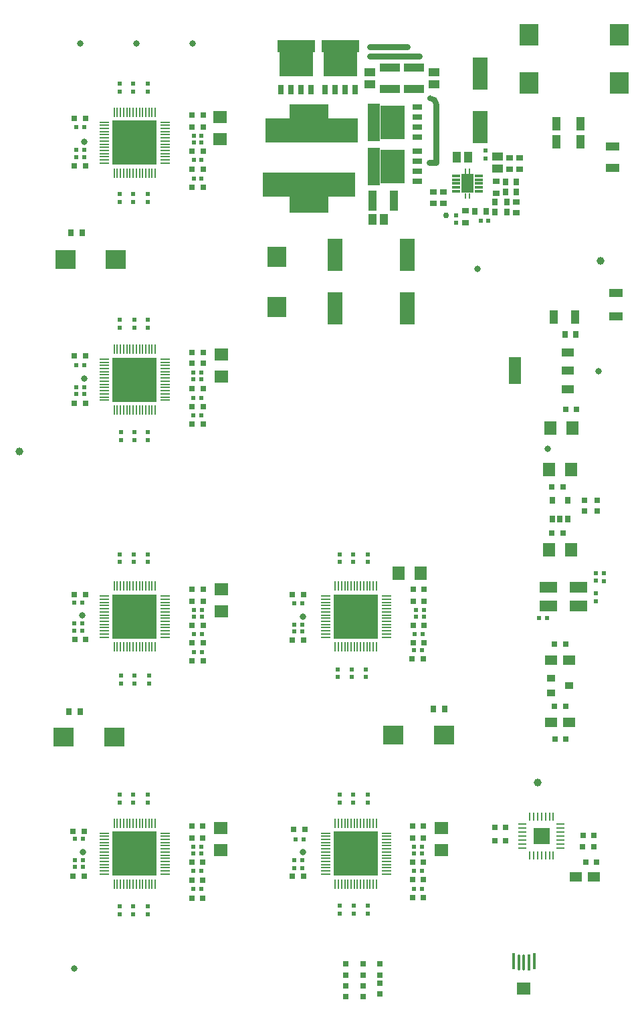
<source format=gtp>
%FSLAX25Y25*%
%MOIN*%
G70*
G01*
G75*
G04 Layer_Color=8421504*
%ADD10C,0.03000*%
%ADD11C,0.00800*%
%ADD12C,0.02000*%
%ADD13C,0.01181*%
%ADD14C,0.02362*%
%ADD15C,0.01969*%
%ADD16C,0.01200*%
%ADD17C,0.01500*%
%ADD18C,0.01000*%
%ADD19C,0.01100*%
%ADD20C,0.04000*%
%ADD21C,0.03200*%
%ADD22C,0.03937*%
%ADD23C,0.01575*%
%ADD24C,0.00787*%
%ADD25C,0.00800*%
%ADD26C,0.02000*%
%ADD27C,0.10000*%
%ADD28R,0.05512X0.04331*%
%ADD29R,0.04331X0.10236*%
%ADD30R,0.04331X0.05512*%
%ADD31R,0.03543X0.02756*%
%ADD32R,0.03150X0.03543*%
%ADD33R,0.02756X0.03543*%
%ADD34R,0.02362X0.02362*%
%ADD35R,0.03543X0.03150*%
%ADD36R,0.02362X0.01969*%
%ADD37R,0.03000X0.03000*%
%ADD38C,0.03150*%
%ADD39R,0.10236X0.09449*%
%ADD40R,0.07087X0.06299*%
%ADD41R,0.06299X0.07087*%
%ADD42R,0.01969X0.02362*%
%ADD43C,0.03937*%
%ADD44R,0.22047X0.22047*%
%ADD45O,0.00787X0.05118*%
%ADD46O,0.05118X0.00787*%
%ADD47R,0.06000X0.05000*%
%ADD48R,0.16535X0.12205*%
%ADD49R,0.18504X0.05906*%
%ADD50R,0.02756X0.04528*%
%ADD51R,0.03937X0.07087*%
%ADD52R,0.07480X0.16339*%
%ADD53R,0.09449X0.10236*%
%ADD54R,0.03000X0.03000*%
%ADD55R,0.04331X0.06693*%
%ADD56R,0.02362X0.02362*%
%ADD57R,0.10236X0.04331*%
%ADD58R,0.12205X0.16535*%
%ADD59R,0.05906X0.18504*%
%ADD60R,0.04528X0.02756*%
%ADD61C,0.03000*%
%ADD62R,0.06693X0.04331*%
%ADD63R,0.19488X0.11594*%
%ADD64R,0.01102X0.02756*%
%ADD65R,0.06299X0.09449*%
%ADD66R,0.03347X0.01102*%
%ADD67R,0.08661X0.05512*%
%ADD68R,0.09449X0.11024*%
%ADD69O,0.01575X0.08268*%
%ADD70O,0.01378X0.08268*%
%ADD71R,0.07087X0.05906*%
%ADD72R,0.03937X0.03740*%
%ADD73O,0.04528X0.00787*%
%ADD74O,0.00787X0.04528*%
%ADD75R,0.08268X0.08268*%
%ADD76R,0.02559X0.03543*%
%ADD77R,0.06102X0.04331*%
%ADD78R,0.06102X0.04331*%
%ADD79R,0.06102X0.13583*%
%ADD80R,0.07087X0.03937*%
%ADD81C,0.00780*%
%ADD82R,0.42300X0.07600*%
%ADD83R,0.72700X0.09700*%
%ADD84R,0.46300X0.11900*%
%ADD85R,0.46400X0.11900*%
%ADD86R,0.19500X0.45500*%
%ADD87R,0.60476X0.09600*%
%ADD88C,0.23622*%
%ADD89C,0.25590*%
%ADD90R,0.05906X0.05906*%
%ADD91C,0.05906*%
%ADD92R,0.04724X0.07087*%
%ADD93O,0.05906X0.03937*%
%ADD94C,0.02400*%
%ADD95C,0.02800*%
%ADD96C,0.03200*%
%ADD97C,0.02362*%
%ADD98C,0.01600*%
%ADD99C,0.00394*%
%ADD100C,0.00984*%
%ADD101C,0.00600*%
%ADD102C,0.00039*%
%ADD103C,0.00591*%
%ADD104C,0.00500*%
%ADD105R,0.02165X0.09449*%
%ADD106R,0.07874X0.07874*%
%ADD107R,0.09449X0.02165*%
%ADD108R,0.05906X0.02165*%
%ADD109R,0.04300X0.04100*%
%ADD110R,0.03898X0.01654*%
D10*
X217261Y448237D02*
G03*
X214261Y451237I-3000J0D01*
G01*
X217261Y419237D02*
Y448237D01*
X184261Y476737D02*
X202761D01*
X184261Y472237D02*
X208761D01*
X213861Y419237D02*
X217261D01*
D28*
X184261Y464190D02*
D03*
Y458284D02*
D03*
X247761Y416284D02*
D03*
Y422190D02*
D03*
X216261Y458284D02*
D03*
Y464190D02*
D03*
D29*
X185446Y400237D02*
D03*
X196076D02*
D03*
D30*
X185308Y390737D02*
D03*
X191213D02*
D03*
X233213Y421737D02*
D03*
X227308D02*
D03*
D31*
X253761Y421690D02*
D03*
Y415784D02*
D03*
X258761Y415784D02*
D03*
Y421690D02*
D03*
X231761Y395190D02*
D03*
Y389284D02*
D03*
X246954Y409883D02*
D03*
Y403977D02*
D03*
X215761Y404690D02*
D03*
Y398784D02*
D03*
D32*
X251698Y409430D02*
D03*
X257209D02*
D03*
X251698Y404430D02*
D03*
X257209D02*
D03*
X221456Y147000D02*
D03*
X215944D02*
D03*
X34144Y145500D02*
D03*
X39656D02*
D03*
X281411Y333700D02*
D03*
X286923D02*
D03*
X35144Y384100D02*
D03*
X40656D02*
D03*
D33*
X242213Y394737D02*
D03*
X236308D02*
D03*
X246501Y394430D02*
D03*
X252406D02*
D03*
X246501Y399430D02*
D03*
X252406D02*
D03*
D34*
X243229Y390237D02*
D03*
X239292D02*
D03*
X40669Y189500D02*
D03*
X36732D02*
D03*
X150469Y71700D02*
D03*
X146532D02*
D03*
X146392Y189000D02*
D03*
X150329D02*
D03*
X40968Y71700D02*
D03*
X37031D02*
D03*
X41629Y307237D02*
D03*
X37692D02*
D03*
X41789Y425437D02*
D03*
X37852D02*
D03*
X268531Y192100D02*
D03*
X272468D02*
D03*
D35*
X256954Y399686D02*
D03*
Y394174D02*
D03*
X220761Y398981D02*
D03*
Y404493D02*
D03*
D36*
X40668Y185800D02*
D03*
X36731D02*
D03*
X40968Y82200D02*
D03*
X37031D02*
D03*
X40968Y68200D02*
D03*
X37031D02*
D03*
X206532Y184200D02*
D03*
X210469D02*
D03*
X206031Y176300D02*
D03*
X209968D02*
D03*
X206132Y78300D02*
D03*
X210068D02*
D03*
X206132Y75000D02*
D03*
X210068D02*
D03*
X206132Y66200D02*
D03*
X210068D02*
D03*
X206132Y57300D02*
D03*
X210068D02*
D03*
X210961Y192900D02*
D03*
X207024D02*
D03*
X210961Y196137D02*
D03*
X207024D02*
D03*
X150469Y67700D02*
D03*
X146532D02*
D03*
X150969Y82000D02*
D03*
X147031D02*
D03*
X150329Y185600D02*
D03*
X146392D02*
D03*
X150329Y199600D02*
D03*
X146392D02*
D03*
X96232Y57200D02*
D03*
X100169D02*
D03*
X96232Y66100D02*
D03*
X100169D02*
D03*
X96232Y78200D02*
D03*
X100169D02*
D03*
X96232Y74900D02*
D03*
X100169D02*
D03*
X96392Y175300D02*
D03*
X100329D02*
D03*
X96392Y184200D02*
D03*
X100329D02*
D03*
X96392Y196137D02*
D03*
X100329D02*
D03*
X96392Y192900D02*
D03*
X100329D02*
D03*
X40669Y200000D02*
D03*
X36732D02*
D03*
X41629Y303737D02*
D03*
X37692D02*
D03*
X41629Y318337D02*
D03*
X37692D02*
D03*
X96232Y293337D02*
D03*
X100169D02*
D03*
X96232Y311237D02*
D03*
X100169D02*
D03*
X96232Y314537D02*
D03*
X100169D02*
D03*
X41789Y422037D02*
D03*
X37852D02*
D03*
X41789Y436737D02*
D03*
X37852D02*
D03*
X96292Y411234D02*
D03*
X100229D02*
D03*
X96292Y420434D02*
D03*
X100229D02*
D03*
X96292Y429284D02*
D03*
X100229D02*
D03*
X96292Y432534D02*
D03*
X100229D02*
D03*
X96232Y301937D02*
D03*
X100169D02*
D03*
D37*
X37050Y181700D02*
D03*
X42550D02*
D03*
X211250Y179800D02*
D03*
X205750D02*
D03*
Y188600D02*
D03*
X211250D02*
D03*
X205350Y70600D02*
D03*
X210850D02*
D03*
X211250Y200700D02*
D03*
X205750D02*
D03*
X210750Y171800D02*
D03*
X205250D02*
D03*
X211250Y206500D02*
D03*
X205750D02*
D03*
X210850Y82700D02*
D03*
X205350D02*
D03*
X210850Y52800D02*
D03*
X205350D02*
D03*
X210850Y88400D02*
D03*
X205350D02*
D03*
X146250Y87000D02*
D03*
X151750D02*
D03*
X145611Y63600D02*
D03*
X151111D02*
D03*
X145611Y204000D02*
D03*
X151111D02*
D03*
X145611Y181200D02*
D03*
X151111D02*
D03*
X95450Y70500D02*
D03*
X100950D02*
D03*
Y88400D02*
D03*
X95450D02*
D03*
X100950Y52700D02*
D03*
X95450D02*
D03*
X100950Y82700D02*
D03*
X95450D02*
D03*
X100950Y61600D02*
D03*
X95450D02*
D03*
X36250Y63600D02*
D03*
X41750D02*
D03*
X36250Y86000D02*
D03*
X41750D02*
D03*
X101111Y206500D02*
D03*
X95611D02*
D03*
X101111Y170800D02*
D03*
X95611D02*
D03*
X101111Y200700D02*
D03*
X95611D02*
D03*
Y188600D02*
D03*
X101111D02*
D03*
Y179800D02*
D03*
X95611D02*
D03*
X36911Y204000D02*
D03*
X42411D02*
D03*
X36911Y299237D02*
D03*
X42411D02*
D03*
X36911Y322937D02*
D03*
X42411D02*
D03*
X101111Y289037D02*
D03*
X95611D02*
D03*
X101111Y297537D02*
D03*
X95611D02*
D03*
Y306437D02*
D03*
X101111D02*
D03*
Y319137D02*
D03*
X95611D02*
D03*
X101111Y324437D02*
D03*
X95611D02*
D03*
X36911Y417437D02*
D03*
X42411D02*
D03*
X36911Y441337D02*
D03*
X42411D02*
D03*
X101011Y406737D02*
D03*
X95511D02*
D03*
X101011Y415837D02*
D03*
X95511D02*
D03*
Y424962D02*
D03*
X101011D02*
D03*
Y437037D02*
D03*
X95511D02*
D03*
X101011Y442737D02*
D03*
X95511D02*
D03*
X281638Y296300D02*
D03*
X287138D02*
D03*
X280450Y257500D02*
D03*
X274950D02*
D03*
X280450Y234600D02*
D03*
X274950D02*
D03*
X276350Y132000D02*
D03*
X281850D02*
D03*
X246350Y81300D02*
D03*
X251850D02*
D03*
X251813Y87861D02*
D03*
X246313D02*
D03*
X295750Y78100D02*
D03*
X290250D02*
D03*
X297150Y70400D02*
D03*
X291650D02*
D03*
X290450Y84000D02*
D03*
X295950D02*
D03*
X281650Y148161D02*
D03*
X276150D02*
D03*
X210850Y61800D02*
D03*
X205350D02*
D03*
X276150Y179161D02*
D03*
X281650D02*
D03*
D38*
X40800Y193700D02*
D03*
X150700Y75500D02*
D03*
Y193000D02*
D03*
X41000Y75400D02*
D03*
X41900Y311400D02*
D03*
X41800Y429400D02*
D03*
X36800Y17500D02*
D03*
X298000Y315200D02*
D03*
X237800Y366100D02*
D03*
X39700Y478500D02*
D03*
X67700D02*
D03*
X95700D02*
D03*
X272800Y276400D02*
D03*
D39*
X220998Y134000D02*
D03*
X195802D02*
D03*
X56698Y132900D02*
D03*
X31502D02*
D03*
X32402Y371000D02*
D03*
X57598D02*
D03*
D40*
X219700Y76488D02*
D03*
Y87512D02*
D03*
X109800Y76627D02*
D03*
Y87650D02*
D03*
X110000Y195488D02*
D03*
Y206512D02*
D03*
X109961Y312425D02*
D03*
Y323449D02*
D03*
X109461Y430925D02*
D03*
Y441949D02*
D03*
D41*
X209412Y214700D02*
D03*
X198388D02*
D03*
X285200Y286800D02*
D03*
X274176D02*
D03*
X284312Y226300D02*
D03*
X273288D02*
D03*
X284324Y266300D02*
D03*
X273300D02*
D03*
D42*
X175861Y220063D02*
D03*
Y224000D02*
D03*
X182961Y220063D02*
D03*
Y224000D02*
D03*
X169161Y220063D02*
D03*
Y224000D02*
D03*
Y100198D02*
D03*
Y104135D02*
D03*
X182961Y100198D02*
D03*
Y104135D02*
D03*
X175861Y100198D02*
D03*
Y104135D02*
D03*
X167961Y166706D02*
D03*
Y162768D02*
D03*
X174980Y166706D02*
D03*
Y162768D02*
D03*
X182000Y166706D02*
D03*
Y162768D02*
D03*
X59361Y48432D02*
D03*
Y44495D02*
D03*
X66061Y48432D02*
D03*
Y44495D02*
D03*
X73561Y48432D02*
D03*
Y44495D02*
D03*
X59300Y100198D02*
D03*
Y104135D02*
D03*
X73500Y100198D02*
D03*
Y104135D02*
D03*
X66100Y100198D02*
D03*
Y104135D02*
D03*
X60000Y163469D02*
D03*
Y159531D02*
D03*
X66461Y220063D02*
D03*
Y224000D02*
D03*
X59361Y220063D02*
D03*
Y224000D02*
D03*
X73561Y220063D02*
D03*
Y224000D02*
D03*
X60161Y284805D02*
D03*
Y280869D02*
D03*
X66861Y284805D02*
D03*
Y280869D02*
D03*
X73561Y284805D02*
D03*
Y280869D02*
D03*
X66861Y336968D02*
D03*
Y340905D02*
D03*
X59361Y336968D02*
D03*
Y340905D02*
D03*
X73561Y336968D02*
D03*
Y340905D02*
D03*
Y403506D02*
D03*
Y399569D02*
D03*
X66061Y403506D02*
D03*
Y399569D02*
D03*
X59361Y403506D02*
D03*
Y399569D02*
D03*
X66061Y454468D02*
D03*
Y458405D02*
D03*
X59361Y454468D02*
D03*
Y458405D02*
D03*
X73561Y454468D02*
D03*
Y458405D02*
D03*
X296900Y200532D02*
D03*
Y204468D02*
D03*
X300800Y210631D02*
D03*
Y214568D02*
D03*
X66780Y163531D02*
D03*
Y159595D02*
D03*
X74000Y163531D02*
D03*
Y159595D02*
D03*
X183000Y48968D02*
D03*
Y45031D02*
D03*
X176000Y48968D02*
D03*
Y45031D02*
D03*
X169000Y48968D02*
D03*
Y45031D02*
D03*
D43*
X9400Y275200D02*
D03*
X267717Y110236D02*
D03*
X299213Y370079D02*
D03*
D44*
X66929Y311024D02*
D03*
X177165Y192913D02*
D03*
Y74803D02*
D03*
X66929D02*
D03*
Y192913D02*
D03*
Y429134D02*
D03*
D45*
X77165Y295866D02*
D03*
X75590D02*
D03*
X74016D02*
D03*
X72441D02*
D03*
X70866D02*
D03*
X69291D02*
D03*
X67716D02*
D03*
X66142D02*
D03*
X64567D02*
D03*
X62992D02*
D03*
X61417D02*
D03*
X59842D02*
D03*
X58268D02*
D03*
X56693D02*
D03*
X56693Y326181D02*
D03*
X58268D02*
D03*
X59842D02*
D03*
X61417D02*
D03*
X62992D02*
D03*
X64567D02*
D03*
X66142D02*
D03*
X67716D02*
D03*
X69291D02*
D03*
X70866D02*
D03*
X72441D02*
D03*
X74016D02*
D03*
X75590D02*
D03*
X77165D02*
D03*
X187402Y177756D02*
D03*
X185827D02*
D03*
X184252D02*
D03*
X182677D02*
D03*
X181102D02*
D03*
X179527D02*
D03*
X177953D02*
D03*
X176378D02*
D03*
X174803D02*
D03*
X173228D02*
D03*
X171653D02*
D03*
X170079D02*
D03*
X168504D02*
D03*
X166929D02*
D03*
X166929Y208071D02*
D03*
X168504D02*
D03*
X170079D02*
D03*
X171653D02*
D03*
X173228D02*
D03*
X174803D02*
D03*
X176378D02*
D03*
X177953D02*
D03*
X179527D02*
D03*
X181102D02*
D03*
X182677D02*
D03*
X184252D02*
D03*
X185827D02*
D03*
X187402D02*
D03*
Y59646D02*
D03*
X185827D02*
D03*
X184252D02*
D03*
X182677D02*
D03*
X181102D02*
D03*
X179527D02*
D03*
X177953D02*
D03*
X176378D02*
D03*
X174803D02*
D03*
X173228D02*
D03*
X171653D02*
D03*
X170079D02*
D03*
X168504D02*
D03*
X166929D02*
D03*
X166929Y89961D02*
D03*
X168504D02*
D03*
X170079D02*
D03*
X171653D02*
D03*
X173228D02*
D03*
X174803D02*
D03*
X176378D02*
D03*
X177953D02*
D03*
X179527D02*
D03*
X181102D02*
D03*
X182677D02*
D03*
X184252D02*
D03*
X185827D02*
D03*
X187402D02*
D03*
X77165Y59646D02*
D03*
X75590D02*
D03*
X74016D02*
D03*
X72441D02*
D03*
X70866D02*
D03*
X69291D02*
D03*
X67716D02*
D03*
X66142D02*
D03*
X64567D02*
D03*
X62992D02*
D03*
X61417D02*
D03*
X59842D02*
D03*
X58268D02*
D03*
X56693D02*
D03*
X56693Y89961D02*
D03*
X58268D02*
D03*
X59842D02*
D03*
X61417D02*
D03*
X62992D02*
D03*
X64567D02*
D03*
X66142D02*
D03*
X67716D02*
D03*
X69291D02*
D03*
X70866D02*
D03*
X72441D02*
D03*
X74016D02*
D03*
X75590D02*
D03*
X77165D02*
D03*
Y177756D02*
D03*
X75590D02*
D03*
X74016D02*
D03*
X72441D02*
D03*
X70866D02*
D03*
X69291D02*
D03*
X67716D02*
D03*
X66142D02*
D03*
X64567D02*
D03*
X62992D02*
D03*
X61417D02*
D03*
X59842D02*
D03*
X58268D02*
D03*
X56693D02*
D03*
X56693Y208071D02*
D03*
X58268D02*
D03*
X59842D02*
D03*
X61417D02*
D03*
X62992D02*
D03*
X64567D02*
D03*
X66142D02*
D03*
X67716D02*
D03*
X69291D02*
D03*
X70866D02*
D03*
X72441D02*
D03*
X74016D02*
D03*
X75590D02*
D03*
X77165D02*
D03*
Y444291D02*
D03*
X75590D02*
D03*
X74016D02*
D03*
X72441D02*
D03*
X70866D02*
D03*
X69291D02*
D03*
X67716D02*
D03*
X66142D02*
D03*
X64567D02*
D03*
X62992D02*
D03*
X61417D02*
D03*
X59842D02*
D03*
X58268D02*
D03*
X56693D02*
D03*
X56693Y413976D02*
D03*
X58268D02*
D03*
X59842D02*
D03*
X61417D02*
D03*
X62992D02*
D03*
X64567D02*
D03*
X66142D02*
D03*
X67716D02*
D03*
X69291D02*
D03*
X70866D02*
D03*
X72441D02*
D03*
X74016D02*
D03*
X75590D02*
D03*
X77165D02*
D03*
D46*
X51772Y300787D02*
D03*
Y302362D02*
D03*
Y303937D02*
D03*
Y305512D02*
D03*
Y307087D02*
D03*
Y308661D02*
D03*
Y310236D02*
D03*
Y311811D02*
D03*
Y313386D02*
D03*
Y314961D02*
D03*
Y316535D02*
D03*
Y318110D02*
D03*
Y319685D02*
D03*
Y321260D02*
D03*
X82087Y321260D02*
D03*
Y319685D02*
D03*
Y318110D02*
D03*
Y316535D02*
D03*
Y314961D02*
D03*
Y313386D02*
D03*
Y311811D02*
D03*
Y310236D02*
D03*
Y308661D02*
D03*
Y307087D02*
D03*
Y305512D02*
D03*
Y303937D02*
D03*
Y302362D02*
D03*
Y300787D02*
D03*
X162008Y182677D02*
D03*
Y184252D02*
D03*
Y185827D02*
D03*
Y187402D02*
D03*
Y188976D02*
D03*
Y190551D02*
D03*
Y192126D02*
D03*
Y193701D02*
D03*
Y195276D02*
D03*
Y196850D02*
D03*
Y198425D02*
D03*
Y200000D02*
D03*
Y201575D02*
D03*
Y203150D02*
D03*
X192323Y203150D02*
D03*
Y201575D02*
D03*
Y200000D02*
D03*
Y198425D02*
D03*
Y196850D02*
D03*
Y195276D02*
D03*
Y193701D02*
D03*
Y192126D02*
D03*
Y190551D02*
D03*
Y188976D02*
D03*
Y187402D02*
D03*
Y185827D02*
D03*
Y184252D02*
D03*
Y182677D02*
D03*
X162008Y64567D02*
D03*
Y66142D02*
D03*
Y67716D02*
D03*
Y69291D02*
D03*
Y70866D02*
D03*
Y72441D02*
D03*
Y74016D02*
D03*
Y75591D02*
D03*
Y77165D02*
D03*
Y78740D02*
D03*
Y80315D02*
D03*
Y81890D02*
D03*
Y83465D02*
D03*
Y85039D02*
D03*
X192323Y85039D02*
D03*
Y83465D02*
D03*
Y81890D02*
D03*
Y80315D02*
D03*
Y78740D02*
D03*
Y77165D02*
D03*
Y75591D02*
D03*
Y74016D02*
D03*
Y72441D02*
D03*
Y70866D02*
D03*
Y69291D02*
D03*
Y67716D02*
D03*
Y66142D02*
D03*
Y64567D02*
D03*
X51772D02*
D03*
Y66142D02*
D03*
Y67716D02*
D03*
Y69291D02*
D03*
Y70866D02*
D03*
Y72441D02*
D03*
Y74016D02*
D03*
Y75591D02*
D03*
Y77165D02*
D03*
Y78740D02*
D03*
Y80315D02*
D03*
Y81890D02*
D03*
Y83465D02*
D03*
Y85039D02*
D03*
X82087Y85039D02*
D03*
Y83465D02*
D03*
Y81890D02*
D03*
Y80315D02*
D03*
Y78740D02*
D03*
Y77165D02*
D03*
Y75591D02*
D03*
Y74016D02*
D03*
Y72441D02*
D03*
Y70866D02*
D03*
Y69291D02*
D03*
Y67716D02*
D03*
Y66142D02*
D03*
Y64567D02*
D03*
X51772Y182677D02*
D03*
Y184252D02*
D03*
Y185827D02*
D03*
Y187402D02*
D03*
Y188976D02*
D03*
Y190551D02*
D03*
Y192126D02*
D03*
Y193701D02*
D03*
Y195276D02*
D03*
Y196850D02*
D03*
Y198425D02*
D03*
Y200000D02*
D03*
Y201575D02*
D03*
Y203150D02*
D03*
X82087Y203150D02*
D03*
Y201575D02*
D03*
Y200000D02*
D03*
Y198425D02*
D03*
Y196850D02*
D03*
Y195276D02*
D03*
Y193701D02*
D03*
Y192126D02*
D03*
Y190551D02*
D03*
Y188976D02*
D03*
Y187402D02*
D03*
Y185827D02*
D03*
Y184252D02*
D03*
Y182677D02*
D03*
Y418898D02*
D03*
Y420472D02*
D03*
Y422047D02*
D03*
Y423622D02*
D03*
Y425197D02*
D03*
Y426772D02*
D03*
Y428346D02*
D03*
Y429921D02*
D03*
Y431496D02*
D03*
Y433071D02*
D03*
Y434646D02*
D03*
Y436221D02*
D03*
Y437795D02*
D03*
Y439370D02*
D03*
X51772Y439370D02*
D03*
Y437795D02*
D03*
Y436221D02*
D03*
Y434646D02*
D03*
Y433071D02*
D03*
Y431496D02*
D03*
Y429921D02*
D03*
Y428346D02*
D03*
Y426772D02*
D03*
Y425197D02*
D03*
Y423622D02*
D03*
Y422047D02*
D03*
Y420472D02*
D03*
Y418898D02*
D03*
D47*
X274400Y140161D02*
D03*
X283400D02*
D03*
Y171300D02*
D03*
X274400D02*
D03*
X295700Y63300D02*
D03*
X286700D02*
D03*
D48*
X169361Y468209D02*
D03*
X147361D02*
D03*
D49*
X169361Y477264D02*
D03*
X147361D02*
D03*
D50*
X176861Y455709D02*
D03*
X171861D02*
D03*
X166861D02*
D03*
X161861D02*
D03*
X139861D02*
D03*
X144861D02*
D03*
X149861D02*
D03*
X154861D02*
D03*
D51*
X288966Y438637D02*
D03*
X277155D02*
D03*
X288966Y429637D02*
D03*
X277155D02*
D03*
D52*
X202761Y373323D02*
D03*
Y346551D02*
D03*
X239161Y436851D02*
D03*
Y463623D02*
D03*
X166761Y373323D02*
D03*
Y346551D02*
D03*
D53*
X137761Y372342D02*
D03*
Y347145D02*
D03*
D54*
X189261Y4837D02*
D03*
Y10337D02*
D03*
X297400Y245450D02*
D03*
Y250950D02*
D03*
X291200D02*
D03*
Y245450D02*
D03*
X180711Y9037D02*
D03*
Y3537D02*
D03*
X180811Y14250D02*
D03*
Y19750D02*
D03*
X172000Y14250D02*
D03*
Y19750D02*
D03*
X189261D02*
D03*
Y14250D02*
D03*
X172161Y9037D02*
D03*
Y3537D02*
D03*
D55*
X275702Y342100D02*
D03*
X286332D02*
D03*
D56*
X296900Y210732D02*
D03*
Y214668D02*
D03*
X227000Y389087D02*
D03*
Y393024D02*
D03*
X241761Y425206D02*
D03*
Y421269D02*
D03*
D57*
X194261Y466552D02*
D03*
Y455922D02*
D03*
X206261Y466552D02*
D03*
Y455922D02*
D03*
D58*
X195289Y439337D02*
D03*
Y417337D02*
D03*
D59*
X186234Y439337D02*
D03*
Y417337D02*
D03*
D60*
X207789Y446837D02*
D03*
Y441837D02*
D03*
Y436837D02*
D03*
Y431837D02*
D03*
Y409837D02*
D03*
Y414837D02*
D03*
Y419837D02*
D03*
Y424837D02*
D03*
D61*
X222100Y393000D02*
D03*
D62*
X305000Y427315D02*
D03*
Y416685D02*
D03*
D63*
X153761Y399950D02*
D03*
Y442526D02*
D03*
D64*
X231776Y402637D02*
D03*
X233745D02*
D03*
X231776Y414837D02*
D03*
X233745D02*
D03*
D65*
X232761Y408737D02*
D03*
D67*
X288079Y207526D02*
D03*
X273118D02*
D03*
Y198077D02*
D03*
X288079D02*
D03*
D68*
X308402Y482745D02*
D03*
X263520D02*
D03*
Y458729D02*
D03*
X308402D02*
D03*
D69*
X266018Y21365D02*
D03*
X263459Y20578D02*
D03*
X255782Y21365D02*
D03*
D70*
X260900Y20578D02*
D03*
X258341D02*
D03*
D71*
X260900Y7586D02*
D03*
D72*
X274471Y162201D02*
D03*
X274471Y154720D02*
D03*
X283329Y158461D02*
D03*
D73*
X260153Y77595D02*
D03*
Y79563D02*
D03*
Y81532D02*
D03*
Y83500D02*
D03*
Y85469D02*
D03*
Y87437D02*
D03*
Y89406D02*
D03*
X279247D02*
D03*
Y87437D02*
D03*
Y85469D02*
D03*
Y83500D02*
D03*
Y81532D02*
D03*
Y79563D02*
D03*
Y77595D02*
D03*
D74*
X263794Y93047D02*
D03*
X265763D02*
D03*
X267731D02*
D03*
X269700D02*
D03*
X271669D02*
D03*
X273637D02*
D03*
X275606D02*
D03*
Y73953D02*
D03*
X273637D02*
D03*
X271669D02*
D03*
X269700D02*
D03*
X267731D02*
D03*
X265763D02*
D03*
X263794D02*
D03*
D75*
X269700Y83500D02*
D03*
D76*
X275170Y250924D02*
D03*
X282651D02*
D03*
Y241476D02*
D03*
X278911D02*
D03*
X275170D02*
D03*
D77*
X282887Y306345D02*
D03*
D78*
Y315400D02*
D03*
Y324455D02*
D03*
D79*
X256313Y315400D02*
D03*
D80*
X306800Y342495D02*
D03*
Y354306D02*
D03*
D85*
X155000Y435050D02*
D03*
X153800Y408050D02*
D03*
D110*
X238568Y404800D02*
D03*
Y406769D02*
D03*
Y408737D02*
D03*
Y410706D02*
D03*
Y412674D02*
D03*
X226954D02*
D03*
Y410706D02*
D03*
Y408737D02*
D03*
Y406769D02*
D03*
Y404800D02*
D03*
M02*

</source>
